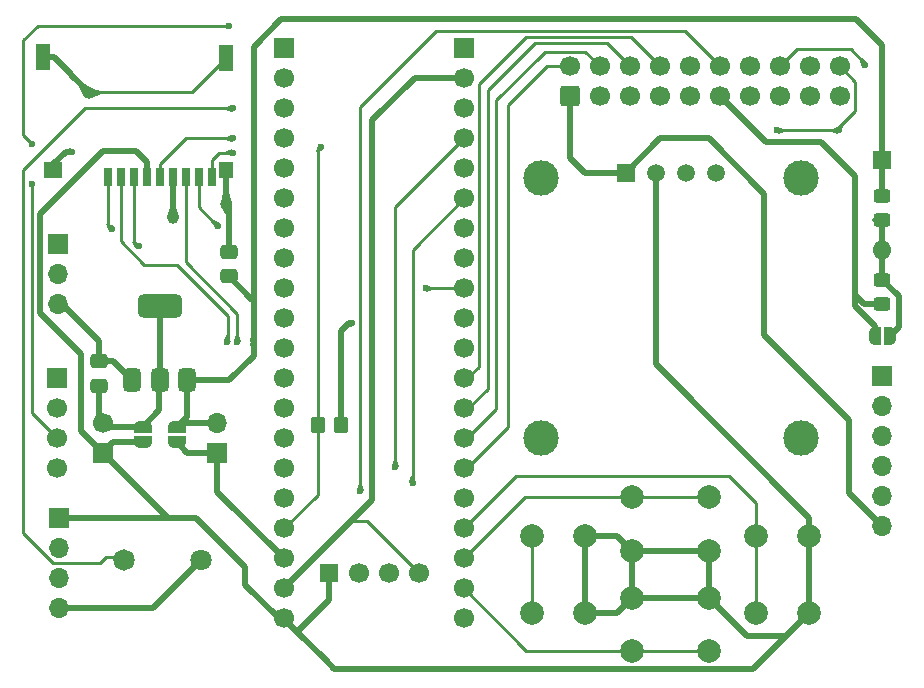
<source format=gbr>
%TF.GenerationSoftware,KiCad,Pcbnew,9.0.3*%
%TF.CreationDate,2025-08-12T06:34:47+02:00*%
%TF.ProjectId,sdiskII_stm32,73646973-6b49-4495-9f73-746d33322e6b,7*%
%TF.SameCoordinates,Original*%
%TF.FileFunction,Copper,L1,Top*%
%TF.FilePolarity,Positive*%
%FSLAX46Y46*%
G04 Gerber Fmt 4.6, Leading zero omitted, Abs format (unit mm)*
G04 Created by KiCad (PCBNEW 9.0.3) date 2025-08-12 06:34:47*
%MOMM*%
%LPD*%
G01*
G04 APERTURE LIST*
G04 Aperture macros list*
%AMRoundRect*
0 Rectangle with rounded corners*
0 $1 Rounding radius*
0 $2 $3 $4 $5 $6 $7 $8 $9 X,Y pos of 4 corners*
0 Add a 4 corners polygon primitive as box body*
4,1,4,$2,$3,$4,$5,$6,$7,$8,$9,$2,$3,0*
0 Add four circle primitives for the rounded corners*
1,1,$1+$1,$2,$3*
1,1,$1+$1,$4,$5*
1,1,$1+$1,$6,$7*
1,1,$1+$1,$8,$9*
0 Add four rect primitives between the rounded corners*
20,1,$1+$1,$2,$3,$4,$5,0*
20,1,$1+$1,$4,$5,$6,$7,0*
20,1,$1+$1,$6,$7,$8,$9,0*
20,1,$1+$1,$8,$9,$2,$3,0*%
%AMFreePoly0*
4,1,23,0.500000,-0.750000,0.000000,-0.750000,0.000000,-0.745722,-0.065263,-0.745722,-0.191342,-0.711940,-0.304381,-0.646677,-0.396677,-0.554381,-0.461940,-0.441342,-0.495722,-0.315263,-0.495722,-0.250000,-0.500000,-0.250000,-0.500000,0.250000,-0.495722,0.250000,-0.495722,0.315263,-0.461940,0.441342,-0.396677,0.554381,-0.304381,0.646677,-0.191342,0.711940,-0.065263,0.745722,0.000000,0.745722,
0.000000,0.750000,0.500000,0.750000,0.500000,-0.750000,0.500000,-0.750000,$1*%
%AMFreePoly1*
4,1,23,0.000000,0.745722,0.065263,0.745722,0.191342,0.711940,0.304381,0.646677,0.396677,0.554381,0.461940,0.441342,0.495722,0.315263,0.495722,0.250000,0.500000,0.250000,0.500000,-0.250000,0.495722,-0.250000,0.495722,-0.315263,0.461940,-0.441342,0.396677,-0.554381,0.304381,-0.646677,0.191342,-0.711940,0.065263,-0.745722,0.000000,-0.745722,0.000000,-0.750000,-0.500000,-0.750000,
-0.500000,0.750000,0.000000,0.750000,0.000000,0.745722,0.000000,0.745722,$1*%
G04 Aperture macros list end*
%TA.AperFunction,SMDPad,CuDef*%
%ADD10FreePoly0,180.000000*%
%TD*%
%TA.AperFunction,SMDPad,CuDef*%
%ADD11FreePoly1,180.000000*%
%TD*%
%TA.AperFunction,ComponentPad*%
%ADD12RoundRect,0.250000X0.600000X-0.600000X0.600000X0.600000X-0.600000X0.600000X-0.600000X-0.600000X0*%
%TD*%
%TA.AperFunction,ComponentPad*%
%ADD13C,1.700000*%
%TD*%
%TA.AperFunction,ComponentPad*%
%ADD14R,1.600000X1.600000*%
%TD*%
%TA.AperFunction,ComponentPad*%
%ADD15O,1.600000X1.600000*%
%TD*%
%TA.AperFunction,ComponentPad*%
%ADD16R,1.700000X1.700000*%
%TD*%
%TA.AperFunction,ComponentPad*%
%ADD17O,1.700000X1.700000*%
%TD*%
%TA.AperFunction,ComponentPad*%
%ADD18C,2.000000*%
%TD*%
%TA.AperFunction,SMDPad,CuDef*%
%ADD19RoundRect,0.250000X-0.450000X0.325000X-0.450000X-0.325000X0.450000X-0.325000X0.450000X0.325000X0*%
%TD*%
%TA.AperFunction,SMDPad,CuDef*%
%ADD20RoundRect,0.250000X0.475000X-0.337500X0.475000X0.337500X-0.475000X0.337500X-0.475000X-0.337500X0*%
%TD*%
%TA.AperFunction,ComponentPad*%
%ADD21C,1.824000*%
%TD*%
%TA.AperFunction,ComponentPad*%
%ADD22C,1.800000*%
%TD*%
%TA.AperFunction,SMDPad,CuDef*%
%ADD23FreePoly0,270.000000*%
%TD*%
%TA.AperFunction,SMDPad,CuDef*%
%ADD24FreePoly1,270.000000*%
%TD*%
%TA.AperFunction,ComponentPad*%
%ADD25R,1.524000X1.524000*%
%TD*%
%TA.AperFunction,SMDPad,CuDef*%
%ADD26RoundRect,0.375000X0.375000X-0.625000X0.375000X0.625000X-0.375000X0.625000X-0.375000X-0.625000X0*%
%TD*%
%TA.AperFunction,SMDPad,CuDef*%
%ADD27RoundRect,0.500000X1.400000X-0.500000X1.400000X0.500000X-1.400000X0.500000X-1.400000X-0.500000X0*%
%TD*%
%TA.AperFunction,ComponentPad*%
%ADD28R,1.508000X1.508000*%
%TD*%
%TA.AperFunction,ComponentPad*%
%ADD29C,1.508000*%
%TD*%
%TA.AperFunction,ComponentPad*%
%ADD30C,3.000000*%
%TD*%
%TA.AperFunction,SMDPad,CuDef*%
%ADD31R,1.600000X1.400000*%
%TD*%
%TA.AperFunction,SMDPad,CuDef*%
%ADD32R,1.200000X2.200000*%
%TD*%
%TA.AperFunction,SMDPad,CuDef*%
%ADD33R,0.700000X1.600000*%
%TD*%
%TA.AperFunction,SMDPad,CuDef*%
%ADD34R,1.200000X1.400000*%
%TD*%
%TA.AperFunction,SMDPad,CuDef*%
%ADD35RoundRect,0.250000X-0.350000X-0.450000X0.350000X-0.450000X0.350000X0.450000X-0.350000X0.450000X0*%
%TD*%
%TA.AperFunction,ViaPad*%
%ADD36C,0.600000*%
%TD*%
%TA.AperFunction,ViaPad*%
%ADD37C,1.000000*%
%TD*%
%TA.AperFunction,Conductor*%
%ADD38C,0.500000*%
%TD*%
%TA.AperFunction,Conductor*%
%ADD39C,0.250000*%
%TD*%
G04 APERTURE END LIST*
D10*
%TO.P,BYP,1,A*%
%TO.N,Net-(D1-A)*%
X205360000Y-112800000D03*
D11*
%TO.P,BYP,2,B*%
%TO.N,VCC*%
X204060000Y-112800000D03*
%TD*%
D12*
%TO.P,J2,1,Pin_1*%
%TO.N,GND*%
X178290000Y-92490000D03*
D13*
%TO.P,J2,2,Pin_2*%
%TO.N,STEP0*%
X178290000Y-89950000D03*
%TO.P,J2,3,Pin_3*%
%TO.N,GND*%
X180830000Y-92490000D03*
%TO.P,J2,4,Pin_4*%
%TO.N,STEP1*%
X180830000Y-89950000D03*
%TO.P,J2,5,Pin_5*%
%TO.N,GND*%
X183370000Y-92490000D03*
%TO.P,J2,6,Pin_6*%
%TO.N,STEP2*%
X183370000Y-89950000D03*
%TO.P,J2,7,Pin_7*%
%TO.N,3.5DSK_D*%
X185910000Y-92490000D03*
%TO.P,J2,8,Pin_8*%
%TO.N,STEP3*%
X185910000Y-89950000D03*
%TO.P,J2,9,Pin_9*%
%TO.N,unconnected-(J2-Pin_9-Pad9)*%
X188450000Y-92490000D03*
%TO.P,J2,10,Pin_10*%
%TO.N,WR_REQ*%
X188450000Y-89950000D03*
%TO.P,J2,11,Pin_11*%
%TO.N,VCC*%
X190990000Y-92490000D03*
%TO.P,J2,12,Pin_12*%
%TO.N,SELECT_D*%
X190990000Y-89950000D03*
%TO.P,J2,13,Pin_13*%
%TO.N,unconnected-(J2-Pin_13-Pad13)*%
X193530000Y-92490000D03*
%TO.P,J2,14,Pin_14*%
%TO.N,DEVICE_ENABLE*%
X193530000Y-89950000D03*
%TO.P,J2,15,Pin_15*%
%TO.N,unconnected-(J2-Pin_15-Pad15)*%
X196070000Y-92490000D03*
%TO.P,J2,16,Pin_16*%
%TO.N,RD_DATA*%
X196070000Y-89950000D03*
%TO.P,J2,17,Pin_17*%
%TO.N,unconnected-(J2-Pin_17-Pad17)*%
X198610000Y-92490000D03*
%TO.P,J2,18,Pin_18*%
%TO.N,WR_DATA*%
X198610000Y-89950000D03*
%TO.P,J2,19,Pin_19*%
%TO.N,unconnected-(J2-Pin_19-Pad19)*%
X201150000Y-92490000D03*
%TO.P,J2,20,Pin_20*%
%TO.N,WR_PROTECT_D*%
X201150000Y-89950000D03*
%TD*%
D14*
%TO.P,D1,1,K*%
%TO.N,PWR_RD*%
X204710000Y-97905000D03*
D15*
%TO.P,D1,2,A*%
%TO.N,Net-(D1-A)*%
X204710000Y-105525000D03*
%TD*%
D16*
%TO.P,J5,1,Pin_1*%
%TO.N,TIM2_CH3*%
X134880000Y-116370000D03*
D13*
%TO.P,J5,2,Pin_2*%
%TO.N,TIM3_CH4*%
X134880000Y-118910000D03*
%TO.P,J5,3,Pin_3*%
%TO.N,DEBUG*%
X134880000Y-121450000D03*
%TO.P,J5,4,Pin_4*%
%TO.N,GND*%
X134880000Y-123990000D03*
%TD*%
D16*
%TO.P,J3,1,Pin_1*%
%TO.N,RD_DATA*%
X204690000Y-116170000D03*
D17*
%TO.P,J3,2,Pin_2*%
%TO.N,WR_REQ*%
X204690000Y-118710000D03*
%TO.P,J3,3,Pin_3*%
%TO.N,DEVICE_ENABLE*%
X204690000Y-121250000D03*
%TO.P,J3,4,Pin_4*%
%TO.N,WR_PROTECT_D*%
X204690000Y-123790000D03*
%TO.P,J3,5,Pin_5*%
%TO.N,WR_DATA*%
X204690000Y-126330000D03*
%TO.P,J3,6,Pin_6*%
%TO.N,GND*%
X204690000Y-128870000D03*
%TD*%
D18*
%TO.P,UP1,1,1*%
%TO.N,+3.3V*%
X190040000Y-130950000D03*
X183540000Y-130950000D03*
%TO.P,UP1,2,2*%
%TO.N,BTN_UP*%
X190040000Y-126450000D03*
X183540000Y-126450000D03*
%TD*%
D19*
%TO.P,D2,1,K*%
%TO.N,PWR_RD*%
X204710000Y-100905000D03*
%TO.P,D2,2,A*%
%TO.N,Net-(D1-A)*%
X204710000Y-102955000D03*
%TD*%
%TO.P,Fu2,1*%
%TO.N,Net-(D1-A)*%
X204720000Y-108055000D03*
%TO.P,Fu2,2*%
%TO.N,VCC*%
X204720000Y-110105000D03*
%TD*%
D20*
%TO.P,C2,1*%
%TO.N,PWR_RD*%
X149400000Y-107720000D03*
%TO.P,C2,2*%
%TO.N,GND*%
X149400000Y-105645000D03*
%TD*%
D21*
%TO.P,BZ1,1,+*%
%TO.N,TIM1_CH2N*%
X140500000Y-131750000D03*
D22*
%TO.P,BZ1,2,-*%
%TO.N,GND*%
X147000000Y-131750000D03*
%TD*%
D16*
%TO.P,J4,1,Pin_1*%
%TO.N,USART1_TX*%
X134910000Y-104975000D03*
D17*
%TO.P,J4,2,Pin_2*%
%TO.N,USART1_RX*%
X134910000Y-107515000D03*
%TO.P,J4,3,Pin_3*%
%TO.N,GND*%
X134910000Y-110055000D03*
%TD*%
D23*
%TO.P,3V,1,A*%
%TO.N,Net-(J7-Pin_2)*%
X142100000Y-120500000D03*
D24*
%TO.P,3V,2,B*%
%TO.N,+3.3V*%
X142100000Y-121800000D03*
%TD*%
D16*
%TO.P,\u03BCC1,1,B12*%
%TO.N,BTN_RET*%
X154050000Y-88440000D03*
D13*
%TO.P,\u03BCC1,2,B13*%
%TO.N,SD_EJECT*%
X154050000Y-90980000D03*
%TO.P,\u03BCC1,3,B14*%
%TO.N,TIM1_CH2N*%
X154050000Y-93520000D03*
%TO.P,\u03BCC1,4,B15*%
%TO.N,SDIO_CK*%
X154050000Y-96060000D03*
%TO.P,\u03BCC1,5,A8*%
%TO.N,SDIO_D1*%
X154050000Y-98600000D03*
%TO.P,\u03BCC1,6,A9*%
%TO.N,SDIO_D2*%
X154050000Y-101140000D03*
%TO.P,\u03BCC1,7,A10*%
%TO.N,DEBUG*%
X154050000Y-103680000D03*
%TO.P,\u03BCC1,8,A11*%
%TO.N,3.5DSK*%
X154050000Y-106220000D03*
%TO.P,\u03BCC1,9,A12*%
%TO.N,unconnected-(\u03BCC1-A12-Pad9)*%
X154050000Y-108760000D03*
%TO.P,\u03BCC1,10,A15*%
%TO.N,USART1_TX*%
X154050000Y-111300000D03*
%TO.P,\u03BCC1,11,B3*%
%TO.N,USART1_RX*%
X154050000Y-113840000D03*
%TO.P,\u03BCC1,12,B4*%
%TO.N,SDIO_DO*%
X154050000Y-116380000D03*
%TO.P,\u03BCC1,13,B5*%
%TO.N,SDIO_D3*%
X154050000Y-118920000D03*
%TO.P,\u03BCC1,14,B6*%
%TO.N,I2C_SCL*%
X154050000Y-121460000D03*
%TO.P,\u03BCC1,15,B7*%
%TO.N,I2C_SDA*%
X154050000Y-124000000D03*
%TO.P,\u03BCC1,16,B8*%
%TO.N,SELECT*%
X154050000Y-126540000D03*
%TO.P,\u03BCC1,17,B9*%
%TO.N,WR_REQ*%
X154050000Y-129080000D03*
%TO.P,\u03BCC1,18,5Vi*%
%TO.N,PWR_5VIN*%
X154050000Y-131620000D03*
%TO.P,\u03BCC1,19,GNDi*%
%TO.N,GND*%
X154050000Y-134160000D03*
%TO.P,\u03BCC1,20,3.3i*%
%TO.N,+3.3V*%
X154050000Y-136700000D03*
%TO.P,\u03BCC1,21,VB*%
%TO.N,unconnected-(\u03BCC1-VB-Pad21)*%
X169290000Y-136700000D03*
%TO.P,\u03BCC1,22,C13*%
%TO.N,BTN_DOWN*%
X169290000Y-134160000D03*
%TO.P,\u03BCC1,23,C14*%
%TO.N,BTN_UP*%
X169290000Y-131620000D03*
%TO.P,\u03BCC1,24,C15*%
%TO.N,BTN_ENTR*%
X169290000Y-129080000D03*
%TO.P,\u03BCC1,25,R*%
%TO.N,unconnected-(\u03BCC1-R-Pad25)*%
X169290000Y-126540000D03*
%TO.P,\u03BCC1,26,A0*%
%TO.N,STEP0*%
X169290000Y-124000000D03*
%TO.P,\u03BCC1,27,A1*%
%TO.N,STEP1*%
X169290000Y-121460000D03*
%TO.P,\u03BCC1,28,A2*%
%TO.N,STEP2*%
X169290000Y-118920000D03*
%TO.P,\u03BCC1,29,A3*%
%TO.N,STEP3*%
X169290000Y-116380000D03*
%TO.P,\u03BCC1,30,A4*%
%TO.N,DEVICE_ENABLE*%
X169290000Y-113840000D03*
%TO.P,\u03BCC1,31,A5*%
%TO.N,WR_DATA*%
X169290000Y-111300000D03*
%TO.P,\u03BCC1,32,A6*%
%TO.N,SDIO_CMD*%
X169290000Y-108760000D03*
%TO.P,\u03BCC1,33,A7*%
%TO.N,WR_DATA*%
X169290000Y-106220000D03*
%TO.P,\u03BCC1,34,B0*%
%TO.N,RD_DATA*%
X169290000Y-103680000D03*
%TO.P,\u03BCC1,35,B1*%
%TO.N,TIM3_CH4*%
X169290000Y-101140000D03*
%TO.P,\u03BCC1,36,B2*%
%TO.N,WR_PROTECT*%
X169290000Y-98600000D03*
%TO.P,\u03BCC1,37,B10*%
%TO.N,TIM2_CH3*%
X169290000Y-96060000D03*
%TO.P,\u03BCC1,38,3.3ii*%
%TO.N,unconnected-(\u03BCC1-3.3ii-Pad38)*%
X169290000Y-93520000D03*
%TO.P,\u03BCC1,39,GNDii*%
%TO.N,GND*%
X169290000Y-90980000D03*
D16*
%TO.P,\u03BCC1,40,5Vii*%
%TO.N,unconnected-(\u03BCC1-5Vii-Pad40)*%
X169290000Y-88440000D03*
D25*
%TO.P,\u03BCC1,41,3.3V*%
%TO.N,+3.3V*%
X157860000Y-132890000D03*
D13*
%TO.P,\u03BCC1,42,SDIO*%
%TO.N,SDIO*%
X160400000Y-132890000D03*
%TO.P,\u03BCC1,43,SCK*%
%TO.N,SCK*%
X162940000Y-132890000D03*
%TO.P,\u03BCC1,44,GND*%
%TO.N,GND*%
X165480000Y-132890000D03*
%TD*%
D26*
%TO.P,U1,1,GND*%
%TO.N,GND*%
X141217500Y-116540000D03*
%TO.P,U1,2,VO*%
%TO.N,Net-(J7-Pin_2)*%
X143517500Y-116540000D03*
D27*
X143517500Y-110240000D03*
D26*
%TO.P,U1,3,VI*%
%TO.N,PWR_RD*%
X145817500Y-116540000D03*
%TD*%
D23*
%TO.P,JP1,1,A*%
%TO.N,PWR_RD*%
X144970000Y-120500000D03*
D24*
%TO.P,JP1,2,B*%
%TO.N,PWR_5VIN*%
X144970000Y-121800000D03*
%TD*%
D16*
%TO.P,J1,1,Pin_1*%
%TO.N,PWR_5VIN*%
X148390000Y-122700000D03*
D17*
%TO.P,J1,2,Pin_2*%
%TO.N,PWR_RD*%
X148390000Y-120160000D03*
%TD*%
D18*
%TO.P,ENTR1,1,1*%
%TO.N,+3.3V*%
X198540000Y-129700000D03*
X198540000Y-136200000D03*
%TO.P,ENTR1,2,2*%
%TO.N,BTN_ENTR*%
X194040000Y-129700000D03*
X194040000Y-136200000D03*
%TD*%
D16*
%TO.P,J6,1,Pin_1*%
%TO.N,+3.3V*%
X135000000Y-128180000D03*
D17*
%TO.P,J6,2,Pin_2*%
%TO.N,SDIO*%
X135000000Y-130720000D03*
%TO.P,J6,3,Pin_3*%
%TO.N,SCK*%
X135000000Y-133260000D03*
%TO.P,J6,4,Pin_4*%
%TO.N,GND*%
X135000000Y-135800000D03*
%TD*%
D28*
%TO.P,U8,1,GND*%
%TO.N,GND*%
X182980000Y-98950000D03*
D29*
%TO.P,U8,2,VCC_IN*%
%TO.N,+3.3V*%
X185520000Y-98950000D03*
%TO.P,U8,3,SCL*%
%TO.N,I2C_SCL*%
X188060000Y-98950000D03*
%TO.P,U8,4,SDA*%
%TO.N,I2C_SDA*%
X190600000Y-98950000D03*
D30*
%TO.P,U8,S1*%
%TO.N,N/C*%
X175790000Y-99450000D03*
%TO.P,U8,S2*%
X197790000Y-99450000D03*
%TO.P,U8,S3*%
X197790000Y-121450000D03*
%TO.P,U8,S4*%
X175790000Y-121450000D03*
%TD*%
D20*
%TO.P,C1,1*%
%TO.N,Net-(J7-Pin_2)*%
X138430000Y-116995000D03*
%TO.P,C1,2*%
%TO.N,GND*%
X138430000Y-114920000D03*
%TD*%
D31*
%TO.P,U2,*%
%TO.N,*%
X134540000Y-98750000D03*
D32*
X149140000Y-89250000D03*
D33*
%TO.P,U2,1,D2*%
%TO.N,SDIO_D2*%
X139140000Y-99350000D03*
%TO.P,U2,2,D3*%
%TO.N,SDIO_D3*%
X140240000Y-99350000D03*
%TO.P,U2,3,CMD*%
%TO.N,SDIO_CMD*%
X141340000Y-99350000D03*
%TO.P,U2,4,VDD*%
%TO.N,+3.3V*%
X142440000Y-99350000D03*
%TO.P,U2,5,SCLK*%
%TO.N,SDIO_CK*%
X143540000Y-99350000D03*
%TO.P,U2,6,GND*%
%TO.N,GND*%
X144640000Y-99350000D03*
%TO.P,U2,7,DO*%
%TO.N,SDIO_DO*%
X145740000Y-99350000D03*
%TO.P,U2,8,D1*%
%TO.N,SDIO_D1*%
X146840000Y-99350000D03*
%TO.P,U2,9,CD*%
%TO.N,SD_EJECT*%
X147940000Y-99350000D03*
D34*
%TO.P,U2,10,GND*%
%TO.N,GND*%
X149140000Y-98750000D03*
D32*
%TO.P,U2,~*%
%TO.N,N/C*%
X133640000Y-89150000D03*
%TD*%
D35*
%TO.P,R4,1*%
%TO.N,WR_REQ*%
X156910000Y-120340000D03*
%TO.P,R4,2*%
%TO.N,PWR_RD*%
X158910000Y-120340000D03*
%TD*%
D18*
%TO.P,RET1,1,1*%
%TO.N,+3.3V*%
X179540000Y-129700000D03*
X179540000Y-136200000D03*
%TO.P,RET1,2,2*%
%TO.N,BTN_RET*%
X175040000Y-129700000D03*
X175040000Y-136200000D03*
%TD*%
D16*
%TO.P,J7,1,Pin_1*%
%TO.N,+3.3V*%
X138710000Y-122670000D03*
D13*
%TO.P,J7,2,Pin_2*%
%TO.N,Net-(J7-Pin_2)*%
X138710000Y-120130000D03*
%TD*%
D18*
%TO.P,DOWN1,1,1*%
%TO.N,+3.3V*%
X183540000Y-134950000D03*
X190040000Y-134950000D03*
%TO.P,DOWN1,2,2*%
%TO.N,BTN_DOWN*%
X183540000Y-139450000D03*
X190040000Y-139450000D03*
%TD*%
D36*
%TO.N,GND*%
X136090000Y-97200000D03*
D37*
X144640000Y-102820000D03*
X137540000Y-92250000D03*
X149170000Y-101600000D03*
D36*
%TO.N,WR_REQ*%
X157190000Y-96750000D03*
%TO.N,RD_DATA*%
X203224000Y-89850000D03*
%TO.N,SDIO_DO*%
X150110000Y-113320000D03*
%TO.N,SD_EJECT*%
X149760000Y-97285000D03*
%TO.N,SDIO_CK*%
X149760000Y-96060000D03*
%TO.N,SDIO_D1*%
X148454766Y-103445000D03*
%TO.N,SDIO_CMD*%
X141740000Y-105170000D03*
X166040000Y-108760000D03*
%TO.N,SDIO_D2*%
X139500000Y-103750000D03*
%TO.N,SDIO_D3*%
X149260060Y-113330365D03*
%TO.N,DEBUG*%
X132750000Y-99900000D03*
X149390000Y-86500000D03*
X132750000Y-96500000D03*
%TO.N,TIM3_CH4*%
X164940000Y-125250000D03*
%TO.N,TIM1_CH2N*%
X149760000Y-93520000D03*
%TO.N,TIM2_CH3*%
X163490000Y-123900000D03*
%TO.N,PWR_RD*%
X151500000Y-113320000D03*
X159825000Y-111680000D03*
%TO.N,SELECT_D*%
X160500000Y-125925000D03*
%TO.N,WR_PROTECT_D*%
X201041000Y-95370000D03*
X195790000Y-95360000D03*
%TD*%
D38*
%TO.N,VCC*%
X203195000Y-110105000D02*
X203530000Y-110105000D01*
X202400158Y-109310158D02*
X202410000Y-109320000D01*
X202410000Y-110260000D02*
X204060000Y-111910000D01*
X204060000Y-111910000D02*
X204060000Y-112800000D01*
X202410000Y-109320000D02*
X202410000Y-110260000D01*
%TO.N,Net-(D1-A)*%
X204720000Y-107720000D02*
X204720000Y-108030000D01*
X206130000Y-109440000D02*
X206130000Y-112030000D01*
X206130000Y-112030000D02*
X205360000Y-112800000D01*
X204720000Y-108030000D02*
X206130000Y-109440000D01*
D39*
X204720000Y-108055000D02*
X204720000Y-107720000D01*
D38*
%TO.N,VCC*%
X202400158Y-109310158D02*
X203195000Y-110105000D01*
X203195000Y-110105000D02*
X204720000Y-110105000D01*
%TO.N,GND*%
X201880000Y-122090000D02*
X201880000Y-122460000D01*
X201890000Y-119890000D02*
X201890000Y-122450000D01*
X201890000Y-122450000D02*
X201880000Y-122460000D01*
X165126341Y-90960000D02*
X169270000Y-90960000D01*
X178300000Y-97100000D02*
X178290000Y-97090000D01*
X194730000Y-100730000D02*
X194730000Y-112730000D01*
D39*
X161075000Y-128485000D02*
X159725000Y-128485000D01*
D38*
X136040000Y-90650000D02*
X136040000Y-90640000D01*
X138430000Y-113245000D02*
X135240000Y-110055000D01*
X138430000Y-114920000D02*
X138430000Y-113245000D01*
X149170000Y-98780000D02*
X149140000Y-98750000D01*
D39*
X137540000Y-92250000D02*
X137540000Y-92150000D01*
D38*
X135240000Y-110055000D02*
X134910000Y-110055000D01*
X179550000Y-98950000D02*
X178300000Y-97700000D01*
X159725000Y-128485000D02*
X154050000Y-134160000D01*
X182980000Y-98950000D02*
X179550000Y-98950000D01*
X201880000Y-122460000D02*
X201880000Y-126080000D01*
X165116341Y-90950000D02*
X165126341Y-90960000D01*
X161540000Y-94526341D02*
X165116341Y-90950000D01*
X149170000Y-101600000D02*
X149400000Y-101830000D01*
X138430000Y-114920000D02*
X139597500Y-114920000D01*
D39*
X146240000Y-92150000D02*
X149140000Y-89250000D01*
D38*
X190020000Y-96020000D02*
X194730000Y-100730000D01*
X178300000Y-97700000D02*
X178300000Y-97100000D01*
X139597500Y-114920000D02*
X141217500Y-116540000D01*
X178290000Y-97090000D02*
X178290000Y-92490000D01*
X159725000Y-128485000D02*
X161540000Y-126670000D01*
X185910000Y-96020000D02*
X190020000Y-96020000D01*
D39*
X137540000Y-92150000D02*
X146240000Y-92150000D01*
D38*
X201880000Y-126080000D02*
X204680000Y-128880000D01*
X149400000Y-101830000D02*
X149400000Y-105645000D01*
D39*
X165480000Y-132890000D02*
X161075000Y-128485000D01*
D38*
X168659000Y-90980000D02*
X168659000Y-90950000D01*
X169270000Y-90960000D02*
X169290000Y-90980000D01*
X135560000Y-97200000D02*
X134540000Y-98220000D01*
X134540000Y-98220000D02*
X134540000Y-98750000D01*
X161540000Y-126670000D02*
X161540000Y-94526341D01*
X194730000Y-112730000D02*
X201890000Y-119890000D01*
X136090000Y-97200000D02*
X135560000Y-97200000D01*
X137540000Y-92150000D02*
X136040000Y-90650000D01*
X144640000Y-102820000D02*
X144640000Y-99583884D01*
X135240000Y-135800000D02*
X142950000Y-135800000D01*
X149170000Y-101600000D02*
X149170000Y-98780000D01*
X134550000Y-89150000D02*
X133640000Y-89150000D01*
X142950000Y-135800000D02*
X147000000Y-131750000D01*
X136040000Y-90640000D02*
X134550000Y-89150000D01*
X182980000Y-98950000D02*
X185910000Y-96020000D01*
%TO.N,VCC*%
X190990000Y-92490000D02*
X194870000Y-96370000D01*
X199530000Y-96370000D02*
X202400158Y-99240158D01*
X194870000Y-96370000D02*
X199530000Y-96370000D01*
X202400158Y-99240158D02*
X202400158Y-109310158D01*
D39*
%TO.N,STEP2*%
X175290000Y-87950000D02*
X175040000Y-88200000D01*
X171290000Y-117250000D02*
X169620000Y-118920000D01*
X181370000Y-87950000D02*
X175290000Y-87950000D01*
X175040000Y-88200000D02*
X171290000Y-91950000D01*
X171290000Y-91950000D02*
X171290000Y-117250000D01*
X183370000Y-89950000D02*
X181370000Y-87950000D01*
%TO.N,WR_REQ*%
X156910000Y-126220000D02*
X154050000Y-129080000D01*
X156910000Y-97030000D02*
X156910000Y-126220000D01*
X157190000Y-96750000D02*
X156910000Y-97030000D01*
%TO.N,STEP3*%
X170540000Y-91450000D02*
X170540000Y-115415000D01*
X183410000Y-87450000D02*
X174540000Y-87450000D01*
X170540000Y-115415000D02*
X169575000Y-116380000D01*
X174540000Y-87450000D02*
X170540000Y-91450000D01*
X185910000Y-89950000D02*
X183410000Y-87450000D01*
%TO.N,STEP0*%
X173040000Y-93200000D02*
X173040000Y-120500000D01*
X176290000Y-89950000D02*
X173040000Y-93200000D01*
X173040000Y-120500000D02*
X169540000Y-124000000D01*
X178290000Y-89950000D02*
X176290000Y-89950000D01*
%TO.N,STEP1*%
X176165000Y-88700000D02*
X175865000Y-89000000D01*
X175865000Y-89000000D02*
X172040000Y-92825000D01*
X172040000Y-92825000D02*
X172040000Y-119000000D01*
X179580000Y-88700000D02*
X176165000Y-88700000D01*
X180830000Y-89950000D02*
X179580000Y-88700000D01*
X172040000Y-119000000D02*
X169580000Y-121460000D01*
%TO.N,BTN_DOWN*%
X183540000Y-139450000D02*
X190040000Y-139450000D01*
X174580000Y-139450000D02*
X169290000Y-134160000D01*
X183540000Y-139450000D02*
X174580000Y-139450000D01*
%TO.N,BTN_ENTR*%
X191740213Y-124650213D02*
X173719787Y-124650213D01*
X173719787Y-124650213D02*
X169290000Y-129080000D01*
X194040000Y-126950000D02*
X191740213Y-124650213D01*
X194040000Y-129700000D02*
X194040000Y-136200000D01*
X194040000Y-129700000D02*
X194040000Y-126950000D01*
%TO.N,BTN_RET*%
X175040000Y-136200000D02*
X175040000Y-129700000D01*
%TO.N,BTN_UP*%
X190040000Y-126450000D02*
X183540000Y-126450000D01*
X183540000Y-126450000D02*
X174460000Y-126450000D01*
X174460000Y-126450000D02*
X169290000Y-131620000D01*
D38*
%TO.N,+3.3V*%
X190040000Y-134950000D02*
X190040000Y-130950000D01*
X142440000Y-98050000D02*
X141490000Y-97100000D01*
X142440000Y-99350000D02*
X142440000Y-98050000D01*
X153610000Y-136700000D02*
X154050000Y-136700000D01*
X183540000Y-130950000D02*
X182290000Y-129700000D01*
X185520000Y-115180000D02*
X198540000Y-128200000D01*
X139580000Y-121800000D02*
X138710000Y-122670000D01*
X190040000Y-130950000D02*
X183540000Y-130950000D01*
X133376000Y-102424000D02*
X133376000Y-110806000D01*
X157860000Y-132890000D02*
X157860000Y-135130000D01*
X155170000Y-137820000D02*
X154602250Y-137252250D01*
X185520000Y-98950000D02*
X185520000Y-115180000D01*
X144220000Y-128180000D02*
X145280000Y-128180000D01*
X133376000Y-110806000D02*
X136840000Y-114270000D01*
X198540000Y-136200000D02*
X193790000Y-140950000D01*
X157860000Y-135130000D02*
X155170000Y-137820000D01*
X183540000Y-134950000D02*
X190040000Y-134950000D01*
X179540000Y-136200000D02*
X179540000Y-129700000D01*
X136840000Y-114270000D02*
X136840000Y-120800000D01*
X157590000Y-140240000D02*
X155170000Y-137820000D01*
X146640000Y-128180000D02*
X150790000Y-132330000D01*
X196540000Y-138200000D02*
X193290000Y-138200000D01*
X198540000Y-129700000D02*
X198540000Y-136200000D01*
X138710000Y-122670000D02*
X144220000Y-128180000D01*
X182290000Y-136200000D02*
X183540000Y-134950000D01*
X179540000Y-136200000D02*
X182290000Y-136200000D01*
X138700000Y-97100000D02*
X133376000Y-102424000D01*
X142100000Y-121800000D02*
X139580000Y-121800000D01*
X150790000Y-132330000D02*
X150790000Y-133880000D01*
X158300000Y-140950000D02*
X157590000Y-140240000D01*
X135190000Y-128180000D02*
X145280000Y-128180000D01*
X136840000Y-120800000D02*
X138710000Y-122670000D01*
X182290000Y-129700000D02*
X179540000Y-129700000D01*
X150790000Y-133880000D02*
X153610000Y-136700000D01*
X141490000Y-97100000D02*
X138700000Y-97100000D01*
X193790000Y-140950000D02*
X158300000Y-140950000D01*
X193290000Y-138200000D02*
X190040000Y-134950000D01*
X145280000Y-128180000D02*
X146640000Y-128180000D01*
X198540000Y-128200000D02*
X198540000Y-129700000D01*
X183540000Y-134950000D02*
X183540000Y-130950000D01*
D39*
%TO.N,RD_DATA*%
X203280000Y-89730000D02*
X202050000Y-88500000D01*
X202050000Y-88500000D02*
X197520000Y-88500000D01*
X203224000Y-89850000D02*
X203280000Y-89794000D01*
X197520000Y-88500000D02*
X196070000Y-89950000D01*
X203280000Y-89794000D02*
X203280000Y-89730000D01*
%TO.N,SDIO_DO*%
X150110000Y-110930000D02*
X145740000Y-106560000D01*
X145740000Y-106560000D02*
X145740000Y-99350000D01*
X150110000Y-113320000D02*
X150110000Y-110930000D01*
%TO.N,SD_EJECT*%
X147940000Y-97860000D02*
X148515000Y-97285000D01*
X147940000Y-99350000D02*
X147940000Y-97860000D01*
X148515000Y-97285000D02*
X149600000Y-97285000D01*
%TO.N,SDIO_CK*%
X149650000Y-96060000D02*
X145740000Y-96060000D01*
X143540000Y-98260000D02*
X143540000Y-99350000D01*
X145740000Y-96060000D02*
X143540000Y-98260000D01*
%TO.N,SDIO_D1*%
X148309766Y-103300000D02*
X148240000Y-103300000D01*
X146840000Y-101900000D02*
X146840000Y-99350000D01*
X148240000Y-103300000D02*
X146840000Y-101900000D01*
X154050000Y-98600000D02*
X154050000Y-98990000D01*
X148454766Y-103445000D02*
X148309766Y-103300000D01*
%TO.N,SDIO_CMD*%
X141740000Y-105170000D02*
X141550000Y-105170000D01*
X141340000Y-104960000D02*
X141340000Y-99350000D01*
X141550000Y-105170000D02*
X141340000Y-104960000D01*
X169290000Y-108760000D02*
X166040000Y-108760000D01*
%TO.N,SDIO_D2*%
X139140000Y-103390000D02*
X139140000Y-99350000D01*
X139500000Y-103750000D02*
X139140000Y-103390000D01*
%TO.N,SDIO_D3*%
X149290000Y-113300425D02*
X149290000Y-111060000D01*
X149290000Y-111060000D02*
X144970000Y-106740000D01*
X144970000Y-106740000D02*
X142200000Y-106740000D01*
X142200000Y-106740000D02*
X140240000Y-104780000D01*
X154050000Y-118920000D02*
X154050000Y-118590000D01*
X140240000Y-104780000D02*
X140240000Y-99350000D01*
X149260060Y-113330365D02*
X149290000Y-113300425D01*
%TO.N,DEBUG*%
X132750000Y-99900000D02*
X132750000Y-119330000D01*
X132000000Y-87750000D02*
X132000000Y-95750000D01*
X132000000Y-95750000D02*
X132750000Y-96500000D01*
X149390000Y-86500000D02*
X133250000Y-86500000D01*
X133250000Y-86500000D02*
X132000000Y-87750000D01*
X132750000Y-119330000D02*
X135000000Y-121580000D01*
%TO.N,TIM3_CH4*%
X164940000Y-105490000D02*
X164940000Y-125250000D01*
X169290000Y-101140000D02*
X164940000Y-105490000D01*
%TO.N,TIM1_CH2N*%
X132000000Y-129500000D02*
X134500000Y-132000000D01*
X139000000Y-131500000D02*
X140500000Y-131500000D01*
X149760000Y-93520000D02*
X137230000Y-93520000D01*
X138500000Y-132000000D02*
X139000000Y-131500000D01*
X137230000Y-93520000D02*
X132000000Y-98750000D01*
X134500000Y-132000000D02*
X138500000Y-132000000D01*
X132000000Y-98750000D02*
X132000000Y-129500000D01*
%TO.N,TIM2_CH3*%
X163490000Y-101860000D02*
X163490000Y-123900000D01*
X169290000Y-96060000D02*
X163490000Y-101860000D01*
D38*
%TO.N,PWR_RD*%
X149400000Y-107720000D02*
X151390000Y-109710000D01*
X158880000Y-112340000D02*
X158880000Y-119860000D01*
X151390000Y-109710000D02*
X151500000Y-109710000D01*
X151500000Y-88288000D02*
X151500000Y-109710000D01*
X151500000Y-109710000D02*
X151500000Y-113320000D01*
X153838000Y-85950000D02*
X151500000Y-88288000D01*
X148390000Y-120160000D02*
X145310000Y-120160000D01*
X145817500Y-119652500D02*
X144970000Y-120500000D01*
X145817500Y-116540000D02*
X145817500Y-119652500D01*
X149390000Y-116550000D02*
X145847500Y-116550000D01*
X151500000Y-114440000D02*
X149390000Y-116550000D01*
X204710000Y-88180000D02*
X202480000Y-85950000D01*
X148440000Y-120160000D02*
X148480000Y-120120000D01*
X204710000Y-97905000D02*
X204710000Y-100905000D01*
X202480000Y-85950000D02*
X153838000Y-85950000D01*
X159825000Y-111680000D02*
X159540000Y-111680000D01*
X159540000Y-111680000D02*
X158880000Y-112340000D01*
X148390000Y-120160000D02*
X148440000Y-120160000D01*
X158880000Y-119860000D02*
X159250000Y-120230000D01*
X145310000Y-120160000D02*
X144970000Y-120500000D01*
X151500000Y-113320000D02*
X151500000Y-114440000D01*
X204710000Y-97905000D02*
X204710000Y-88180000D01*
D39*
%TO.N,SELECT_D*%
X160500000Y-93400000D02*
X166950000Y-86950000D01*
X160500000Y-125925000D02*
X160500000Y-93400000D01*
X187990000Y-86950000D02*
X190990000Y-89950000D01*
X166950000Y-86950000D02*
X187990000Y-86950000D01*
X160500000Y-125925000D02*
X160375000Y-125800000D01*
%TO.N,WR_PROTECT_D*%
X201031000Y-95360000D02*
X195790000Y-95360000D01*
X201115000Y-95296000D02*
X201115000Y-95025000D01*
X202440000Y-93700000D02*
X202440000Y-91240000D01*
X202440000Y-91240000D02*
X201150000Y-89950000D01*
X201115000Y-95025000D02*
X202440000Y-93700000D01*
X201041000Y-95370000D02*
X201031000Y-95360000D01*
X201041000Y-95370000D02*
X201115000Y-95296000D01*
D38*
%TO.N,Net-(J7-Pin_2)*%
X138430000Y-119850000D02*
X138430000Y-116995000D01*
X138710000Y-120130000D02*
X139080000Y-120500000D01*
X138710000Y-120130000D02*
X138430000Y-119850000D01*
X143517500Y-116540000D02*
X143517500Y-110240000D01*
X139080000Y-120500000D02*
X142100000Y-120500000D01*
X143510000Y-116547500D02*
X143517500Y-116540000D01*
X142100000Y-120500000D02*
X143510000Y-119090000D01*
X143510000Y-119090000D02*
X143510000Y-116547500D01*
%TO.N,PWR_5VIN*%
X148390000Y-122700000D02*
X148390000Y-125960000D01*
X148390000Y-125960000D02*
X154050000Y-131620000D01*
X148380000Y-122690000D02*
X148390000Y-122700000D01*
X144970000Y-121800000D02*
X145860000Y-122690000D01*
X154050000Y-131590000D02*
X154050000Y-131620000D01*
X145860000Y-122690000D02*
X148380000Y-122690000D01*
%TO.N,Net-(D1-A)*%
X204135000Y-102955000D02*
X204710000Y-102955000D01*
X204720000Y-107720000D02*
X204720000Y-105535000D01*
X204710000Y-105525000D02*
X204710000Y-103115000D01*
X204720000Y-105535000D02*
X204710000Y-105525000D01*
%TD*%
%TA.AperFunction,Conductor*%
%TO.N,GND*%
G36*
X137649823Y-91763260D02*
G01*
X138521013Y-92022511D01*
X138527965Y-92028155D01*
X138529376Y-92033725D01*
X138529376Y-92268076D01*
X138525949Y-92276349D01*
X138523307Y-92278332D01*
X137827169Y-92660581D01*
X137818268Y-92661559D01*
X137811821Y-92656841D01*
X137556669Y-92276349D01*
X137541712Y-92254045D01*
X137539951Y-92245267D01*
X137635020Y-91772170D01*
X137640010Y-91764735D01*
X137648796Y-91763005D01*
X137649823Y-91763260D01*
G37*
%TD.AperFunction*%
%TD*%
%TA.AperFunction,Conductor*%
%TO.N,GND*%
G36*
X149590471Y-101683494D02*
G01*
X149650878Y-101695633D01*
X149658314Y-101700623D01*
X149660272Y-101707249D01*
X149650143Y-102523973D01*
X149646614Y-102532203D01*
X149638444Y-102535528D01*
X149156615Y-102535528D01*
X149148342Y-102532101D01*
X149146590Y-102529860D01*
X148760007Y-101887329D01*
X148758678Y-101878473D01*
X148763514Y-101871582D01*
X149165954Y-101601712D01*
X149174732Y-101599951D01*
X149590471Y-101683494D01*
G37*
%TD.AperFunction*%
%TD*%
%TA.AperFunction,Conductor*%
%TO.N,GND*%
G36*
X136028555Y-96909969D02*
G01*
X136033782Y-96917239D01*
X136033861Y-96917600D01*
X136090241Y-97196984D01*
X136090243Y-97201602D01*
X136033801Y-97482644D01*
X136028812Y-97490080D01*
X136020026Y-97491811D01*
X136019906Y-97491786D01*
X135694749Y-97422917D01*
X135688900Y-97419744D01*
X135352661Y-97083505D01*
X135349234Y-97075232D01*
X135352661Y-97066959D01*
X135358257Y-97063842D01*
X136019718Y-96908524D01*
X136028555Y-96909969D01*
G37*
%TD.AperFunction*%
%TD*%
%TA.AperFunction,Conductor*%
%TO.N,GND*%
G36*
X137074469Y-91328358D02*
G01*
X137808213Y-91827750D01*
X137813124Y-91835238D01*
X137811371Y-91843903D01*
X137542009Y-92248749D01*
X137538749Y-92252009D01*
X137135440Y-92520349D01*
X137126654Y-92522079D01*
X137119218Y-92517089D01*
X137118427Y-92515704D01*
X136716525Y-91683947D01*
X136716012Y-91675008D01*
X136718786Y-91670587D01*
X137059616Y-91329757D01*
X137067888Y-91326331D01*
X137074469Y-91328358D01*
G37*
%TD.AperFunction*%
%TD*%
%TA.AperFunction,Conductor*%
%TO.N,GND*%
G36*
X144889306Y-101833034D02*
G01*
X144892331Y-101838265D01*
X145127147Y-102710401D01*
X145125989Y-102719281D01*
X145118891Y-102724741D01*
X145118154Y-102724914D01*
X144642305Y-102820536D01*
X144637695Y-102820536D01*
X144161845Y-102724914D01*
X144154409Y-102719924D01*
X144152679Y-102711138D01*
X144152852Y-102710401D01*
X144387669Y-101838265D01*
X144393129Y-101831167D01*
X144398967Y-101829607D01*
X144881033Y-101829607D01*
X144889306Y-101833034D01*
G37*
%TD.AperFunction*%
%TD*%
%TA.AperFunction,Conductor*%
%TO.N,GND*%
G36*
X149419306Y-100613034D02*
G01*
X149422331Y-100618265D01*
X149657147Y-101490401D01*
X149655989Y-101499281D01*
X149648891Y-101504741D01*
X149648154Y-101504914D01*
X149172305Y-101600536D01*
X149167695Y-101600536D01*
X148691845Y-101504914D01*
X148684409Y-101499924D01*
X148682679Y-101491138D01*
X148682852Y-101490401D01*
X148917669Y-100618265D01*
X148923129Y-100611167D01*
X148928967Y-100609607D01*
X149411033Y-100609607D01*
X149419306Y-100613034D01*
G37*
%TD.AperFunction*%
%TD*%
%TA.AperFunction,Conductor*%
%TO.N,WR_REQ*%
G36*
X157185209Y-96748063D02*
G01*
X157192671Y-96753014D01*
X157192704Y-96753064D01*
X157350387Y-96989998D01*
X157352118Y-96998784D01*
X157347429Y-97006014D01*
X157038045Y-97226090D01*
X157031263Y-97228256D01*
X156799361Y-97228256D01*
X156791088Y-97224829D01*
X156787661Y-97216556D01*
X156787902Y-97214192D01*
X156834164Y-96989998D01*
X156893424Y-96702810D01*
X156898451Y-96695403D01*
X156907125Y-96693694D01*
X157185209Y-96748063D01*
G37*
%TD.AperFunction*%
%TD*%
%TA.AperFunction,Conductor*%
%TO.N,RD_DATA*%
G36*
X203007720Y-89279614D02*
G01*
X203382654Y-89593840D01*
X203386794Y-89601780D01*
X203384888Y-89609275D01*
X203227409Y-89846634D01*
X203219980Y-89851633D01*
X203219936Y-89851642D01*
X203219911Y-89851647D01*
X202940844Y-89906354D01*
X202932066Y-89904583D01*
X202927200Y-89897531D01*
X202824208Y-89455839D01*
X202825666Y-89447006D01*
X202827325Y-89444915D01*
X202991933Y-89280307D01*
X203000205Y-89276881D01*
X203007720Y-89279614D01*
G37*
%TD.AperFunction*%
%TD*%
%TA.AperFunction,Conductor*%
%TO.N,SDIO_DO*%
G36*
X150234699Y-112729191D02*
G01*
X150237583Y-112733940D01*
X150400315Y-113249062D01*
X150399539Y-113257983D01*
X150392682Y-113263743D01*
X150391478Y-113264054D01*
X150112320Y-113320530D01*
X150107680Y-113320530D01*
X149874553Y-113273366D01*
X149828520Y-113264053D01*
X149821092Y-113259054D01*
X149819373Y-113250266D01*
X149819680Y-113249075D01*
X149982417Y-112733939D01*
X149988177Y-112727083D01*
X149993574Y-112725764D01*
X150226426Y-112725764D01*
X150234699Y-112729191D01*
G37*
%TD.AperFunction*%
%TD*%
%TA.AperFunction,Conductor*%
%TO.N,SD_EJECT*%
G36*
X149697983Y-96995460D02*
G01*
X149703743Y-97002317D01*
X149704054Y-97003521D01*
X149760530Y-97282680D01*
X149760530Y-97287320D01*
X149704054Y-97566478D01*
X149699054Y-97573907D01*
X149690266Y-97575626D01*
X149689062Y-97575315D01*
X149173940Y-97412582D01*
X149167083Y-97406822D01*
X149165764Y-97401425D01*
X149165764Y-97168574D01*
X149169191Y-97160301D01*
X149173940Y-97157417D01*
X149689063Y-96994684D01*
X149697983Y-96995460D01*
G37*
%TD.AperFunction*%
%TD*%
%TA.AperFunction,Conductor*%
%TO.N,SDIO_CK*%
G36*
X149697983Y-95770460D02*
G01*
X149703743Y-95777317D01*
X149704054Y-95778521D01*
X149760530Y-96057680D01*
X149760530Y-96062320D01*
X149704054Y-96341478D01*
X149699054Y-96348907D01*
X149690266Y-96350626D01*
X149689062Y-96350315D01*
X149173940Y-96187582D01*
X149167083Y-96181822D01*
X149165764Y-96176425D01*
X149165764Y-95943574D01*
X149169191Y-95935301D01*
X149173940Y-95932417D01*
X149689063Y-95769684D01*
X149697983Y-95770460D01*
G37*
%TD.AperFunction*%
%TD*%
%TA.AperFunction,Conductor*%
%TO.N,SDIO_D1*%
G36*
X148095329Y-102974353D02*
G01*
X148608411Y-103190082D01*
X148614708Y-103196446D01*
X148614660Y-103205401D01*
X148613624Y-103207334D01*
X148456781Y-103443734D01*
X148453500Y-103447015D01*
X148215276Y-103605068D01*
X148206488Y-103606787D01*
X148199059Y-103601787D01*
X148198928Y-103601585D01*
X148100896Y-103447015D01*
X147916324Y-103155995D01*
X147914787Y-103147176D01*
X147917930Y-103141460D01*
X148082525Y-102976865D01*
X148090797Y-102973439D01*
X148095329Y-102974353D01*
G37*
%TD.AperFunction*%
%TD*%
%TA.AperFunction,Conductor*%
%TO.N,SDIO_CMD*%
G36*
X141465818Y-104828621D02*
G01*
X141786288Y-104874029D01*
X141793998Y-104878582D01*
X141796230Y-104887254D01*
X141796123Y-104887888D01*
X141740946Y-105166223D01*
X141735975Y-105173672D01*
X141735942Y-105173694D01*
X141501217Y-105329591D01*
X141492430Y-105331314D01*
X141484998Y-105326318D01*
X141484459Y-105325422D01*
X141224369Y-104845783D01*
X141223438Y-104836877D01*
X141229077Y-104829921D01*
X141234654Y-104828506D01*
X141464178Y-104828506D01*
X141465818Y-104828621D01*
G37*
%TD.AperFunction*%
%TD*%
%TA.AperFunction,Conductor*%
%TO.N,SDIO_CMD*%
G36*
X166110929Y-108469681D02*
G01*
X166626060Y-108632417D01*
X166632917Y-108638177D01*
X166634236Y-108643574D01*
X166634236Y-108876425D01*
X166630809Y-108884698D01*
X166626060Y-108887582D01*
X166110937Y-109050315D01*
X166102016Y-109049539D01*
X166096256Y-109042682D01*
X166095949Y-109041494D01*
X166039469Y-108762318D01*
X166039469Y-108757680D01*
X166062554Y-108643574D01*
X166095946Y-108478518D01*
X166100945Y-108471092D01*
X166109733Y-108469373D01*
X166110929Y-108469681D01*
G37*
%TD.AperFunction*%
%TD*%
%TA.AperFunction,Conductor*%
%TO.N,SDIO_D2*%
G36*
X139267426Y-103306063D02*
G01*
X139654641Y-103494698D01*
X139660578Y-103501402D01*
X139660035Y-103510340D01*
X139659257Y-103511698D01*
X139502704Y-103746935D01*
X139495268Y-103751924D01*
X139495209Y-103751936D01*
X139215452Y-103806632D01*
X139206675Y-103804856D01*
X139202266Y-103799293D01*
X139184324Y-103751924D01*
X139021001Y-103320724D01*
X139021275Y-103311775D01*
X139027798Y-103305640D01*
X139031942Y-103304881D01*
X139262302Y-103304881D01*
X139267426Y-103306063D01*
G37*
%TD.AperFunction*%
%TD*%
%TA.AperFunction,Conductor*%
%TO.N,SDIO_D3*%
G36*
X149414227Y-112739556D02*
G01*
X149417277Y-112744885D01*
X149551185Y-113259876D01*
X149549951Y-113268745D01*
X149542806Y-113274143D01*
X149542182Y-113274288D01*
X149262380Y-113330895D01*
X149257740Y-113330895D01*
X148979241Y-113274552D01*
X148971812Y-113269552D01*
X148970093Y-113260764D01*
X148970592Y-113259013D01*
X149162166Y-112743752D01*
X149168262Y-112737191D01*
X149173133Y-112736129D01*
X149405954Y-112736129D01*
X149414227Y-112739556D01*
G37*
%TD.AperFunction*%
%TD*%
%TA.AperFunction,Conductor*%
%TO.N,TIM3_CH4*%
G36*
X165064699Y-124659191D02*
G01*
X165067583Y-124663940D01*
X165230315Y-125179062D01*
X165229539Y-125187983D01*
X165222682Y-125193743D01*
X165221478Y-125194054D01*
X164942320Y-125250530D01*
X164937680Y-125250530D01*
X164704553Y-125203366D01*
X164658520Y-125194053D01*
X164651092Y-125189054D01*
X164649373Y-125180266D01*
X164649680Y-125179075D01*
X164812417Y-124663939D01*
X164818177Y-124657083D01*
X164823574Y-124655764D01*
X165056426Y-124655764D01*
X165064699Y-124659191D01*
G37*
%TD.AperFunction*%
%TD*%
%TA.AperFunction,Conductor*%
%TO.N,TIM1_CH2N*%
G36*
X149697983Y-93230460D02*
G01*
X149703743Y-93237317D01*
X149704054Y-93238521D01*
X149760530Y-93517680D01*
X149760530Y-93522320D01*
X149704054Y-93801478D01*
X149699054Y-93808907D01*
X149690266Y-93810626D01*
X149689062Y-93810315D01*
X149173940Y-93647582D01*
X149167083Y-93641822D01*
X149165764Y-93636425D01*
X149165764Y-93403574D01*
X149169191Y-93395301D01*
X149173940Y-93392417D01*
X149689063Y-93229684D01*
X149697983Y-93230460D01*
G37*
%TD.AperFunction*%
%TD*%
%TA.AperFunction,Conductor*%
%TO.N,TIM2_CH3*%
G36*
X163614699Y-123309191D02*
G01*
X163617583Y-123313940D01*
X163780315Y-123829062D01*
X163779539Y-123837983D01*
X163772682Y-123843743D01*
X163771478Y-123844054D01*
X163492320Y-123900530D01*
X163487680Y-123900530D01*
X163254553Y-123853366D01*
X163208520Y-123844053D01*
X163201092Y-123839054D01*
X163199373Y-123830266D01*
X163199680Y-123829075D01*
X163362417Y-123313939D01*
X163368177Y-123307083D01*
X163373574Y-123305764D01*
X163606426Y-123305764D01*
X163614699Y-123309191D01*
G37*
%TD.AperFunction*%
%TD*%
%TA.AperFunction,Conductor*%
%TO.N,PWR_RD*%
G36*
X151747500Y-112729191D02*
G01*
X151750887Y-112736501D01*
X151793379Y-113251104D01*
X151790645Y-113259631D01*
X151784039Y-113263535D01*
X151502320Y-113320530D01*
X151497680Y-113320530D01*
X151215960Y-113263535D01*
X151208531Y-113258535D01*
X151206620Y-113251104D01*
X151249113Y-112736501D01*
X151253209Y-112728538D01*
X151260773Y-112725764D01*
X151739227Y-112725764D01*
X151747500Y-112729191D01*
G37*
%TD.AperFunction*%
%TD*%
%TA.AperFunction,Conductor*%
%TO.N,PWR_RD*%
G36*
X159664390Y-111439566D02*
G01*
X159824387Y-111677332D01*
X159826161Y-111681613D01*
X159881424Y-111963509D01*
X159879653Y-111972287D01*
X159872969Y-111977062D01*
X159501932Y-112076397D01*
X159493054Y-112075226D01*
X159490633Y-112073368D01*
X159152705Y-111735440D01*
X159149278Y-111727167D01*
X159152705Y-111718894D01*
X159155181Y-111717004D01*
X159648894Y-111435929D01*
X159657780Y-111434815D01*
X159664390Y-111439566D01*
G37*
%TD.AperFunction*%
%TD*%
%TA.AperFunction,Conductor*%
%TO.N,PWR_RD*%
G36*
X151784039Y-113376464D02*
G01*
X151791468Y-113381464D01*
X151793379Y-113388895D01*
X151750887Y-113903499D01*
X151746791Y-113911462D01*
X151739227Y-113914236D01*
X151260773Y-113914236D01*
X151252500Y-113910809D01*
X151249113Y-113903499D01*
X151206620Y-113388895D01*
X151209354Y-113380368D01*
X151215959Y-113376464D01*
X151497682Y-113319469D01*
X151502318Y-113319469D01*
X151784039Y-113376464D01*
G37*
%TD.AperFunction*%
%TD*%
%TA.AperFunction,Conductor*%
%TO.N,SELECT_D*%
G36*
X160624699Y-125334191D02*
G01*
X160627583Y-125338940D01*
X160790315Y-125854062D01*
X160789539Y-125862983D01*
X160782682Y-125868743D01*
X160781478Y-125869054D01*
X160502320Y-125925530D01*
X160497680Y-125925530D01*
X160264553Y-125878366D01*
X160218520Y-125869053D01*
X160211092Y-125864054D01*
X160209373Y-125855266D01*
X160209680Y-125854075D01*
X160372417Y-125338939D01*
X160378177Y-125332083D01*
X160383574Y-125330764D01*
X160616426Y-125330764D01*
X160624699Y-125334191D01*
G37*
%TD.AperFunction*%
%TD*%
%TA.AperFunction,Conductor*%
%TO.N,WR_PROTECT_D*%
G36*
X200979115Y-95080337D02*
G01*
X200984757Y-95087290D01*
X200985010Y-95088304D01*
X201041530Y-95367680D01*
X201041530Y-95372320D01*
X200985098Y-95651260D01*
X200980098Y-95658689D01*
X200971310Y-95660408D01*
X200969918Y-95660035D01*
X200454752Y-95487672D01*
X200447993Y-95481798D01*
X200446764Y-95476577D01*
X200446764Y-95243728D01*
X200450191Y-95235455D01*
X200455129Y-95232513D01*
X200970209Y-95079409D01*
X200979115Y-95080337D01*
G37*
%TD.AperFunction*%
%TD*%
%TA.AperFunction,Conductor*%
%TO.N,WR_PROTECT_D*%
G36*
X195860929Y-95069681D02*
G01*
X196376060Y-95232417D01*
X196382917Y-95238177D01*
X196384236Y-95243574D01*
X196384236Y-95476425D01*
X196380809Y-95484698D01*
X196376060Y-95487582D01*
X195860937Y-95650315D01*
X195852016Y-95649539D01*
X195846256Y-95642682D01*
X195845949Y-95641494D01*
X195789469Y-95362318D01*
X195789469Y-95357680D01*
X195812554Y-95243574D01*
X195845946Y-95078518D01*
X195850945Y-95071092D01*
X195859733Y-95069373D01*
X195860929Y-95069681D01*
G37*
%TD.AperFunction*%
%TD*%
%TA.AperFunction,Conductor*%
%TO.N,WR_PROTECT_D*%
G36*
X201206590Y-94773193D02*
G01*
X201206905Y-94773497D01*
X201371262Y-94937854D01*
X201374689Y-94946127D01*
X201374650Y-94947082D01*
X201336303Y-95415483D01*
X201332213Y-95423449D01*
X201323687Y-95426189D01*
X201322392Y-95426009D01*
X201268698Y-95415483D01*
X201042613Y-95371161D01*
X201038332Y-95369387D01*
X200802907Y-95210965D01*
X200797956Y-95203503D01*
X200799732Y-95194726D01*
X200800852Y-95193312D01*
X201190055Y-94773811D01*
X201198194Y-94770078D01*
X201206590Y-94773193D01*
G37*
%TD.AperFunction*%
%TD*%
M02*

</source>
